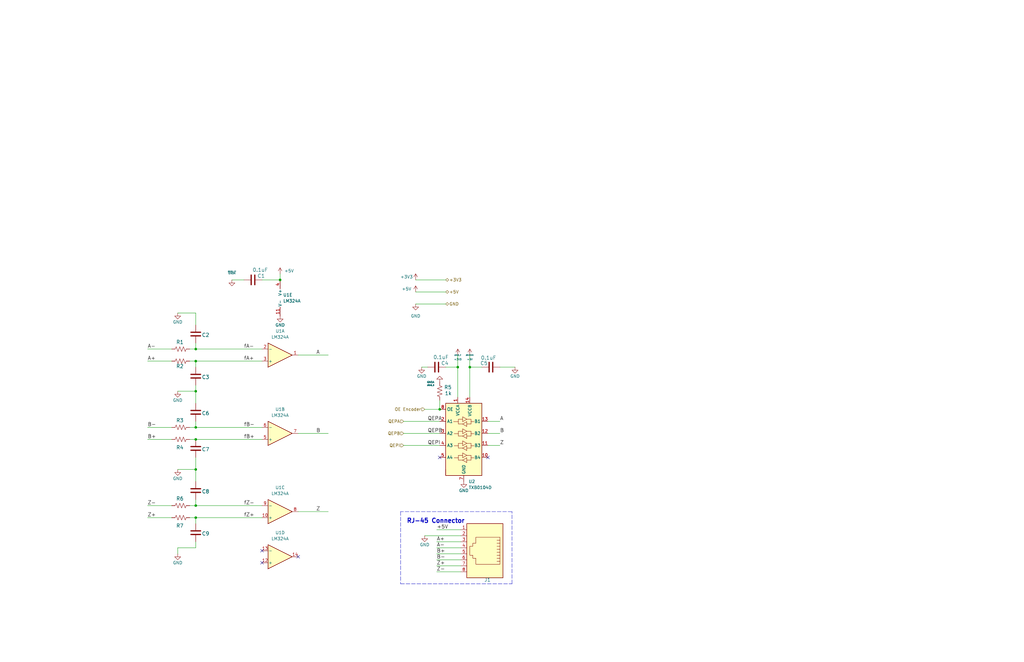
<source format=kicad_sch>
(kicad_sch (version 20211123) (generator eeschema)
  (paper "B")
  (title_block (title "Encoder") (date "07 07 2021"))
  (lib_symbols
    (symbol "Amplifier_Operational:LM324A" (pin_names (offset 0.127))
      (property "Reference" "U" (at 0 5.08 0))
      (property "Value" "LM324A" (at 0 -5.08 0))
      (symbol "LM324A_1_1"
        (polyline (pts (xy -5.08 5.08) (xy 5.08 0) (xy -5.08 -5.08) (xy -5.08 5.08)) (stroke (width 0.254)) (fill (type background)))
        (pin output line (at 7.62 0 180) (length 2.54) (name "~") (number "1"))
        (pin input line (at -7.62 -2.54 0) (length 2.54) (name "-") (number "2"))
        (pin input line (at -7.62 2.54 0) (length 2.54) (name "+") (number "3"))
      )
      (symbol "LM324A_2_1"
        (polyline (pts (xy -5.08 5.08) (xy 5.08 0) (xy -5.08 -5.08) (xy -5.08 5.08)) (stroke (width 0.254)) (fill (type background)))
        (pin input line (at -7.62 2.54 0) (length 2.54) (name "+") (number "5"))
        (pin input line (at -7.62 -2.54 0) (length 2.54) (name "-") (number "6"))
        (pin output line (at 7.62 0 180) (length 2.54) (name "~") (number "7"))
      )
      (symbol "LM324A_3_1"
        (polyline (pts (xy -5.08 5.08) (xy 5.08 0) (xy -5.08 -5.08) (xy -5.08 5.08)) (stroke (width 0.254)) (fill (type background)))
        (pin input line (at -7.62 2.54 0) (length 2.54) (name "+") (number "10"))
        (pin output line (at 7.62 0 180) (length 2.54) (name "~") (number "8"))
        (pin input line (at -7.62 -2.54 0) (length 2.54) (name "-") (number "9"))
      )
      (symbol "LM324A_4_1"
        (polyline (pts (xy -5.08 5.08) (xy 5.08 0) (xy -5.08 -5.08) (xy -5.08 5.08)) (stroke (width 0.254)) (fill (type background)))
        (pin input line (at -7.62 2.54 0) (length 2.54) (name "+") (number "12"))
        (pin input line (at -7.62 -2.54 0) (length 2.54) (name "-") (number "13"))
        (pin output line (at 7.62 0 180) (length 2.54) (name "~") (number "14"))
      )
      (symbol "LM324A_5_1"
        (pin power_in line (at -2.54 -7.62 90) (length 3.81) (name "V-") (number "11"))
        (pin power_in line (at -2.54 7.62 270) (length 3.81) (name "V+") (number "4"))
      )
    )
    (symbol "Connector:RJ45" (pin_names (offset 1.016))
      (property "Reference" "J" (at -5.08 13.97 0))
      (property "Value" "RJ45" (at 2.54 13.97 0))
      (symbol "RJ45_0_1"
        (polyline (pts (xy -5.08 4.445) (xy -6.35 4.445)))
        (polyline (pts (xy -5.08 5.715) (xy -6.35 5.715)))
        (polyline (pts (xy -6.35 -3.175) (xy -5.08 -3.175) (xy -5.08 -3.175)))
        (polyline (pts (xy -6.35 -1.905) (xy -5.08 -1.905) (xy -5.08 -1.905)))
        (polyline (pts (xy -6.35 -0.635) (xy -5.08 -0.635) (xy -5.08 -0.635)))
        (polyline (pts (xy -6.35 0.635) (xy -5.08 0.635) (xy -5.08 0.635)))
        (polyline (pts (xy -6.35 1.905) (xy -5.08 1.905) (xy -5.08 1.905)))
        (polyline (pts (xy -5.08 3.175) (xy -6.35 3.175) (xy -6.35 3.175)))
        (polyline (pts (xy -6.35 -4.445) (xy -6.35 6.985) (xy 3.81 6.985) (xy 3.81 4.445) (xy 5.08 4.445) (xy 5.08 3.175) (xy 6.35 3.175) (xy 6.35 -0.635) (xy 5.08 -0.635) (xy 5.08 -1.905) (xy 3.81 -1.905) (xy 3.81 -4.445) (xy -6.35 -4.445) (xy -6.35 -4.445)))
        (rectangle (start 7.62 12.7) (end -7.62 -10.16) (stroke (width 0.254)) (fill (type background)))
      )
      (symbol "RJ45_1_1"
        (pin passive line (at 10.16 -7.62 180) (length 2.54) (name "~") (number "1"))
        (pin passive line (at 10.16 -5.08 180) (length 2.54) (name "~") (number "2"))
        (pin passive line (at 10.16 -2.54 180) (length 2.54) (name "~") (number "3"))
        (pin passive line (at 10.16 0 180) (length 2.54) (name "~") (number "4"))
        (pin passive line (at 10.16 2.54 180) (length 2.54) (name "~") (number "5"))
        (pin passive line (at 10.16 5.08 180) (length 2.54) (name "~") (number "6"))
        (pin passive line (at 10.16 7.62 180) (length 2.54) (name "~") (number "7"))
        (pin passive line (at 10.16 10.16 180) (length 2.54) (name "~") (number "8"))
      )
    )
    (symbol "Device:C" (pin_numbers hide) (pin_names (offset 0.254))
      (property "Reference" "C" (at 0.635 2.54 0))
      (property "Value" "C" (at 0.635 -2.54 0))
      (symbol "C_0_1"
        (polyline (pts (xy -2.032 -0.762) (xy 2.032 -0.762)) (stroke (width 0.508)))
        (polyline (pts (xy -2.032 0.762) (xy 2.032 0.762)) (stroke (width 0.508)))
      )
      (symbol "C_1_1"
        (pin passive line (at 0 3.81 270) (length 2.794) (name "~") (number "1"))
        (pin passive line (at 0 -3.81 90) (length 2.794) (name "~") (number "2"))
      )
    )
    (symbol "Device:R_US" (pin_numbers hide) (pin_names (offset 0))
      (property "Reference" "R" (at 2.54 0 90))
      (property "Value" "R_US" (at -2.54 0 90))
      (symbol "R_US_0_1"
        (polyline (pts (xy 0 -2.286) (xy 0 -2.54)))
        (polyline (pts (xy 0 2.286) (xy 0 2.54)))
        (polyline (pts (xy 0 -0.762) (xy 1.016 -1.143) (xy 0 -1.524) (xy -1.016 -1.905) (xy 0 -2.286)))
        (polyline (pts (xy 0 0.762) (xy 1.016 0.381) (xy 0 0) (xy -1.016 -0.381) (xy 0 -0.762)))
        (polyline (pts (xy 0 2.286) (xy 1.016 1.905) (xy 0 1.524) (xy -1.016 1.143) (xy 0 0.762)))
      )
      (symbol "R_US_1_1"
        (pin passive line (at 0 3.81 270) (length 1.27) (name "~") (number "1"))
        (pin passive line (at 0 -3.81 90) (length 1.27) (name "~") (number "2"))
      )
    )
    (symbol "Logic_LevelTranslator:TXB0104D"
      (property "Reference" "U" (at -6.35 16.51 0))
      (property "Value" "TXB0104D" (at 3.81 16.51 0))
      (symbol "TXB0104D_0_1"
        (rectangle (start -7.62 -15.24) (end -7.62 -12.7) (stroke (width 0.254)))
        (rectangle (start -7.62 15.24) (end 7.62 -15.24) (stroke (width 0.254)) (fill (type background)))
        (polyline (pts (xy -2.286 -7.747) (xy -2.286 -6.731) (xy -0.508 -6.731)))
        (polyline (pts (xy -2.286 -2.667) (xy -2.286 -1.651) (xy -0.508 -1.651)))
        (polyline (pts (xy -2.286 2.413) (xy -2.286 3.429) (xy -0.508 3.429)))
        (polyline (pts (xy -2.286 7.493) (xy -2.286 8.509) (xy -0.508 8.509)))
        (polyline (pts (xy 3.048 -7.747) (xy 3.048 -8.763) (xy 1.27 -8.763)))
        (polyline (pts (xy 3.048 -2.667) (xy 3.048 -3.683) (xy 1.27 -3.683)))
        (polyline (pts (xy 3.048 2.413) (xy 3.048 1.397) (xy 1.27 1.397)))
        (polyline (pts (xy 3.048 7.493) (xy 3.048 6.477) (xy 1.27 6.477)))
        (polyline (pts (xy -0.508 -8.763) (xy -2.286 -8.763) (xy -2.286 -7.747) (xy -4.064 -7.747)))
        (polyline (pts (xy -0.508 -8.763) (xy 1.27 -7.747) (xy 1.27 -9.779) (xy -0.508 -8.763)))
        (polyline (pts (xy -0.508 -3.683) (xy -2.286 -3.683) (xy -2.286 -2.667) (xy -4.064 -2.667)))
        (polyline (pts (xy -0.508 -3.683) (xy 1.27 -2.667) (xy 1.27 -4.699) (xy -0.508 -3.683)))
        (polyline (pts (xy -0.508 1.397) (xy -2.286 1.397) (xy -2.286 2.413) (xy -4.064 2.413)))
        (polyline (pts (xy -0.508 1.397) (xy 1.27 2.413) (xy 1.27 0.381) (xy -0.508 1.397)))
        (polyline (pts (xy -0.508 6.477) (xy -2.286 6.477) (xy -2.286 7.493) (xy -4.318 7.493)))
        (polyline (pts (xy -0.508 6.477) (xy 1.27 7.493) (xy 1.27 5.461) (xy -0.508 6.477)))
        (polyline (pts (xy 1.27 -6.731) (xy -0.508 -7.747) (xy -0.508 -5.715) (xy 1.27 -6.731)))
        (polyline (pts (xy 1.27 -6.731) (xy 3.048 -6.731) (xy 3.048 -7.747) (xy 4.318 -7.747)))
        (polyline (pts (xy 1.27 -1.651) (xy -0.508 -2.667) (xy -0.508 -0.635) (xy 1.27 -1.651)))
        (polyline (pts (xy 1.27 -1.651) (xy 3.048 -1.651) (xy 3.048 -2.667) (xy 4.318 -2.667)))
        (polyline (pts (xy 1.27 3.429) (xy -0.508 2.413) (xy -0.508 4.445) (xy 1.27 3.429)))
        (polyline (pts (xy 1.27 3.429) (xy 3.048 3.429) (xy 3.048 2.413) (xy 4.318 2.413)))
        (polyline (pts (xy 1.27 8.509) (xy -0.508 7.493) (xy -0.508 9.525) (xy 1.27 8.509)))
        (polyline (pts (xy 1.27 8.509) (xy 3.048 8.509) (xy 3.048 7.493) (xy 4.318 7.493)))
      )
      (symbol "TXB0104D_1_1"
        (pin power_in line (at -2.54 17.78 270) (length 2.54) (name "VCCA") (number "1"))
        (pin bidirectional line (at 10.16 -7.62 180) (length 2.54) (name "B4") (number "10"))
        (pin bidirectional line (at 10.16 -2.54 180) (length 2.54) (name "B3") (number "11"))
        (pin bidirectional line (at 10.16 2.54 180) (length 2.54) (name "B2") (number "12"))
        (pin bidirectional line (at 10.16 7.62 180) (length 2.54) (name "B1") (number "13"))
        (pin power_in line (at 2.54 17.78 270) (length 2.54) (name "VCCB") (number "14"))
        (pin bidirectional line (at -10.16 7.62 0) (length 2.54) (name "A1") (number "2"))
        (pin bidirectional line (at -10.16 2.54 0) (length 2.54) (name "A2") (number "3"))
        (pin bidirectional line (at -10.16 -2.54 0) (length 2.54) (name "A3") (number "4"))
        (pin bidirectional line (at -10.16 -7.62 0) (length 2.54) (name "A4") (number "5"))
        (pin no_connect line (at -10.16 -12.7 0) (length 2.54) hide (name "NC") (number "6"))
        (pin power_in line (at 0 -17.78 90) (length 2.54) (name "GND") (number "7"))
        (pin input line (at -10.16 12.7 0) (length 2.54) (name "OE") (number "8"))
        (pin no_connect line (at 10.16 -12.7 180) (length 2.54) hide (name "NC") (number "9"))
      )
    )
    (symbol "power:+3V3" (power) (pin_names (offset 0))
      (property "Value" "+3V3" (at 0 3.556 0))
      (symbol "+3V3_0_1"
        (polyline (pts (xy -0.762 1.27) (xy 0 2.54)))
        (polyline (pts (xy 0 0) (xy 0 2.54)))
        (polyline (pts (xy 0 2.54) (xy 0.762 1.27)))
      )
      (symbol "+3V3_1_1"
        (pin power_in line (at 0 0 90) (length 0) hide (name "+3V3") (number "1"))
      )
    )
    (symbol "power:+5V" (power) (pin_names (offset 0))
      (property "Value" "+5V" (at 0 3.556 0))
      (symbol "+5V_0_1"
        (polyline (pts (xy -0.762 1.27) (xy 0 2.54)))
        (polyline (pts (xy 0 0) (xy 0 2.54)))
        (polyline (pts (xy 0 2.54) (xy 0.762 1.27)))
      )
      (symbol "+5V_1_1"
        (pin power_in line (at 0 0 90) (length 0) hide (name "+5V") (number "1"))
      )
    )
    (symbol "power:GND" (power) (pin_names (offset 0))
      (property "Value" "GND" (at 0 -3.81 0))
      (symbol "GND_0_1"
        (polyline (pts (xy 0 0) (xy 0 -1.27) (xy 1.27 -1.27) (xy 0 -2.54) (xy -1.27 -1.27) (xy 0 -1.27)))
      )
      (symbol "GND_1_1"
        (pin power_in line (at 0 0 270) (length 0) hide (name "GND") (number "1"))
      )
    )
    (symbol "power:GNDA" (power) (pin_names (offset 0))
      (property "Value" "GNDA" (at 0 -3.81 0))
      (symbol "GNDA_0_1"
        (polyline (pts (xy 0 0) (xy 0 -1.27) (xy 1.27 -1.27) (xy 0 -2.54) (xy -1.27 -1.27) (xy 0 -1.27)))
      )
      (symbol "GNDA_1_1"
        (pin power_in line (at 0 0 270) (length 0) hide (name "GNDA") (number "1"))
      )
    )
  )
  (junction (at 82.55 198.12))
  (junction (at 185.42 172.72))
  (junction (at 82.55 213.36))
  (junction (at 82.55 218.44))
  (junction (at 193.04 154.94))
  (junction (at 82.55 147.32))
  (junction (at 82.55 152.4))
  (junction (at 82.55 165.1))
  (junction (at 118.11 118.11))
  (junction (at 198.12 154.94))
  (junction (at 82.55 185.42))
  (junction (at 82.55 180.34))
  (no_connect (at 110.49 237.49))
  (no_connect (at 125.73 234.95))
  (no_connect (at 110.49 232.41))
  (no_connect (at 185.42 193.04))
  (no_connect (at 205.74 193.04))
  (wire (pts (xy 82.55 165.1) (xy 82.55 170.18)))
  (wire (pts (xy 198.12 167.64) (xy 198.12 154.94)))
  (wire (pts (xy 175.26 118.11) (xy 187.96 118.11)))
  (wire (pts (xy 185.42 172.72) (xy 179.07 172.72)))
  (wire (pts (xy 170.18 187.96) (xy 185.42 187.96)))
  (wire (pts (xy 184.15 236.22) (xy 194.31 236.22)))
  (wire (pts (xy 170.18 177.8) (xy 185.42 177.8)))
  (wire (pts (xy 82.55 203.2) (xy 82.55 198.12)))
  (wire (pts (xy 74.93 231.14) (xy 74.93 233.68)))
  (wire (pts (xy 80.01 185.42) (xy 82.55 185.42)))
  (wire (pts (xy 138.43 182.88) (xy 125.73 182.88)))
  (wire (pts (xy 82.55 185.42) (xy 110.49 185.42)))
  (wire (pts (xy 110.49 118.11) (xy 118.11 118.11)))
  (wire (pts (xy 205.74 187.96) (xy 210.82 187.96)))
  (wire (pts (xy 82.55 198.12) (xy 82.55 193.04)))
  (wire (pts (xy 175.26 123.19) (xy 187.96 123.19)))
  (wire (pts (xy 82.55 177.8) (xy 82.55 180.34)))
  (polyline (pts (xy 215.9 246.38) (xy 215.9 215.9)))
  (wire (pts (xy 82.55 198.12) (xy 74.93 198.12)))
  (wire (pts (xy 210.82 177.8) (xy 205.74 177.8)))
  (wire (pts (xy 118.11 118.11) (xy 118.11 115.57)))
  (wire (pts (xy 198.12 149.86) (xy 198.12 154.94)))
  (wire (pts (xy 62.23 218.44) (xy 72.39 218.44)))
  (wire (pts (xy 198.12 154.94) (xy 203.2 154.94)))
  (wire (pts (xy 82.55 180.34) (xy 110.49 180.34)))
  (wire (pts (xy 80.01 152.4) (xy 82.55 152.4)))
  (wire (pts (xy 185.42 168.91) (xy 185.42 172.72)))
  (wire (pts (xy 80.01 213.36) (xy 82.55 213.36)))
  (wire (pts (xy 82.55 147.32) (xy 110.49 147.32)))
  (wire (pts (xy 62.23 147.32) (xy 72.39 147.32)))
  (wire (pts (xy 82.55 165.1) (xy 74.93 165.1)))
  (wire (pts (xy 82.55 152.4) (xy 82.55 154.94)))
  (wire (pts (xy 175.26 128.27) (xy 187.96 128.27)))
  (wire (pts (xy 180.34 154.94) (xy 177.8 154.94)))
  (wire (pts (xy 187.96 154.94) (xy 193.04 154.94)))
  (wire (pts (xy 184.15 231.14) (xy 194.31 231.14)))
  (wire (pts (xy 210.82 154.94) (xy 217.17 154.94)))
  (wire (pts (xy 97.79 118.11) (xy 102.87 118.11)))
  (wire (pts (xy 179.07 226.06) (xy 194.31 226.06)))
  (wire (pts (xy 82.55 228.6) (xy 82.55 231.14)))
  (wire (pts (xy 62.23 180.34) (xy 72.39 180.34)))
  (polyline (pts (xy 215.9 215.9) (xy 168.91 215.9)))
  (wire (pts (xy 184.15 228.6) (xy 194.31 228.6)))
  (wire (pts (xy 82.55 162.56) (xy 82.55 165.1)))
  (wire (pts (xy 184.15 238.76) (xy 194.31 238.76)))
  (wire (pts (xy 82.55 132.08) (xy 74.93 132.08)))
  (wire (pts (xy 82.55 213.36) (xy 110.49 213.36)))
  (wire (pts (xy 82.55 218.44) (xy 82.55 220.98)))
  (wire (pts (xy 62.23 213.36) (xy 72.39 213.36)))
  (wire (pts (xy 184.15 233.68) (xy 194.31 233.68)))
  (wire (pts (xy 184.15 241.3) (xy 194.31 241.3)))
  (wire (pts (xy 82.55 144.78) (xy 82.55 147.32)))
  (wire (pts (xy 210.82 182.88) (xy 205.74 182.88)))
  (wire (pts (xy 62.23 152.4) (xy 72.39 152.4)))
  (wire (pts (xy 184.15 223.52) (xy 194.31 223.52)))
  (wire (pts (xy 110.49 152.4) (xy 82.55 152.4)))
  (wire (pts (xy 82.55 218.44) (xy 110.49 218.44)))
  (wire (pts (xy 138.43 149.86) (xy 125.73 149.86)))
  (wire (pts (xy 125.73 215.9) (xy 138.43 215.9)))
  (polyline (pts (xy 168.91 246.38) (xy 215.9 246.38)))
  (wire (pts (xy 80.01 147.32) (xy 82.55 147.32)))
  (wire (pts (xy 82.55 137.16) (xy 82.55 132.08)))
  (wire (pts (xy 193.04 154.94) (xy 193.04 167.64)))
  (wire (pts (xy 193.04 154.94) (xy 193.04 149.86)))
  (wire (pts (xy 82.55 218.44) (xy 80.01 218.44)))
  (wire (pts (xy 80.01 180.34) (xy 82.55 180.34)))
  (wire (pts (xy 62.23 185.42) (xy 72.39 185.42)))
  (polyline (pts (xy 168.91 215.9) (xy 168.91 246.38)))
  (wire (pts (xy 82.55 210.82) (xy 82.55 213.36)))
  (wire (pts (xy 170.18 182.88) (xy 185.42 182.88)))
  (wire (pts (xy 82.55 231.14) (xy 74.93 231.14)))
  (text "RJ-45 Connector" (at 171.45 220.98 0) (effects (font (size 1.8288 1.8288) (thickness 0.3658) bold) (justify left bottom)))
  (label "A+" (at 62.23 152.4 0) (effects (font (size 1.524 1.524))))
  (label "B" (at 133.35 182.88 0) (effects (font (size 1.524 1.524))))
  (label "fB-" (at 102.87 180.34 0) (effects (font (size 1.524 1.524))))
  (label "B+" (at 184.15 233.68 0) (effects (font (size 1.524 1.524))))
  (label "Z" (at 133.35 215.9 0) (effects (font (size 1.524 1.524))))
  (label "fB+" (at 102.87 185.42 0) (effects (font (size 1.524 1.524))))
  (label "QEPI" (at 180.34 187.96 0) (effects (font (size 1.524 1.524))))
  (label "fZ-" (at 102.87 213.36 0) (effects (font (size 1.524 1.524))))
  (label "A" (at 210.82 177.8 0) (effects (font (size 1.524 1.524))))
  (label "Z-" (at 62.23 213.36 0) (effects (font (size 1.524 1.524))))
  (label "B+" (at 62.23 185.42 0) (effects (font (size 1.524 1.524))))
  (label "fA-" (at 102.87 147.32 0) (effects (font (size 1.524 1.524))))
  (label "A-" (at 184.15 231.14 0) (effects (font (size 1.524 1.524))))
  (label "Z-" (at 184.15 241.3 0) (effects (font (size 1.524 1.524))))
  (label "QEPB" (at 180.34 182.88 0) (effects (font (size 1.524 1.524))))
  (label "Z+" (at 62.23 218.44 0) (effects (font (size 1.524 1.524))))
  (label "QEPA" (at 180.34 177.8 0) (effects (font (size 1.524 1.524))))
  (label "A" (at 133.35 149.86 0) (effects (font (size 1.524 1.524))))
  (label "Z" (at 210.82 187.96 0) (effects (font (size 1.524 1.524))))
  (label "A+" (at 184.15 228.6 0) (effects (font (size 1.524 1.524))))
  (label "B" (at 210.82 182.88 0) (effects (font (size 1.524 1.524))))
  (label "fZ+" (at 102.87 218.44 0) (effects (font (size 1.524 1.524))))
  (label "B-" (at 184.15 236.22 0) (effects (font (size 1.524 1.524))))
  (label "fA+" (at 102.87 152.4 0) (effects (font (size 1.524 1.524))))
  (label "Z+" (at 184.15 238.76 0) (effects (font (size 1.524 1.524))))
  (label "B-" (at 62.23 180.34 0) (effects (font (size 1.524 1.524))))
  (label "A-" (at 62.23 147.32 0) (effects (font (size 1.524 1.524))))
  (label "+5V" (at 184.15 223.52 0) (effects (font (size 1.524 1.524))))
  (hierarchical_label "+5V" (shape bidirectional) (at 187.96 123.19 0))
  (hierarchical_label "+3V3" (shape bidirectional) (at 187.96 118.11 0))
  (hierarchical_label "QEPI" (shape input) (at 170.18 187.96 180))
  (hierarchical_label "OE Encoder" (shape input) (at 179.07 172.72 180))
  (hierarchical_label "QEPA" (shape input) (at 170.18 177.8 180))
  (hierarchical_label "GND" (shape bidirectional) (at 187.96 128.27 0))
  (hierarchical_label "QEPB" (shape input) (at 170.18 182.88 180))
  (symbol (lib_id "Device:C") (at 82.55 140.97 180) (unit 1)
    (property "Reference" "C2" (at 85.09 142.24 0) (effects (font (size 1.524 1.524)) (justify right top)))
  )
  (symbol (lib_id "Device:C") (at 106.68 118.11 90) (unit 1)
    (property "Reference" "C1" (at 111.76 115.57 90) (effects (font (size 1.524 1.524)) (justify left bottom)))
    (property "Value" "0.1uF" (at 113.03 113.03 90) (effects (font (size 1.524 1.524)) (justify left bottom)))
  )
  (symbol (lib_id "Device:C") (at 184.15 154.94 90) (unit 1)
    (property "Reference" "C4" (at 189.23 152.4 90) (effects (font (size 1.524 1.524)) (justify left bottom)))
    (property "Value" "0.1uF" (at 189.23 149.86 90) (effects (font (size 1.524 1.524)) (justify left bottom)))
  )
  (symbol (lib_id "Device:C") (at 207.01 154.94 90) (unit 1)
    (property "Reference" "C5" (at 205.74 152.4 90) (effects (font (size 1.524 1.524)) (justify left bottom)))
    (property "Value" "0.1uF" (at 209.296 150.114 90) (effects (font (size 1.524 1.524)) (justify left bottom)))
  )
  (symbol (lib_id "Device:R_US") (at 185.42 165.1 0) (unit 1)
    (property "Reference" "R5" (at 190.5 162.56 0) (effects (font (size 1.524 1.524)) (justify right top)))
    (property "Value" "1k" (at 190.5 165.1 0) (effects (font (size 1.524 1.524)) (justify right top)))
  )
  (symbol (lib_id "Device:C") (at 82.55 158.75 180) (unit 1)
    (property "Reference" "C3" (at 85.09 160.02 0) (effects (font (size 1.524 1.524)) (justify right top)))
  )
  (symbol (lib_id "Connector:RJ45") (at 204.47 231.14 180) (unit 1)
    (property "Reference" "J1" (at 207.01 243.84 0) (effects (font (size 1.524 1.524)) (justify left bottom)))
  )
  (symbol (lib_id "Device:R_US") (at 76.2 218.44 270) (unit 1)
    (property "Reference" "R7" (at 77.47 220.98 90) (effects (font (size 1.524 1.524)) (justify right top)))
  )
  (symbol (lib_id "Device:R_US") (at 76.2 213.36 270) (unit 1)
    (property "Reference" "R6" (at 77.47 209.55 90) (effects (font (size 1.524 1.524)) (justify right top)))
  )
  (symbol (lib_id "Device:R_US") (at 76.2 185.42 270) (unit 1)
    (property "Reference" "R4" (at 77.47 187.96 90) (effects (font (size 1.524 1.524)) (justify right top)))
  )
  (symbol (lib_id "Device:R_US") (at 76.2 180.34 270) (unit 1)
    (property "Reference" "R3" (at 77.47 176.53 90) (effects (font (size 1.524 1.524)) (justify right top)))
  )
  (symbol (lib_id "Device:R_US") (at 76.2 152.4 270) (unit 1)
    (property "Reference" "R2" (at 77.47 153.67 90) (effects (font (size 1.524 1.524)) (justify right top)))
  )
  (symbol (lib_id "Device:R_US") (at 76.2 147.32 270) (unit 1)
    (property "Reference" "R1" (at 77.47 143.51 90) (effects (font (size 1.524 1.524)) (justify right top)))
  )
  (symbol (lib_id "Device:C") (at 82.55 224.79 180) (unit 1)
    (property "Reference" "C9" (at 85.09 226.06 0) (effects (font (size 1.524 1.524)) (justify right top)))
  )
  (symbol (lib_id "Device:C") (at 82.55 207.01 180) (unit 1)
    (property "Reference" "C8" (at 85.09 208.28 0) (effects (font (size 1.524 1.524)) (justify right top)))
  )
  (symbol (lib_id "Device:C") (at 82.55 189.23 180) (unit 1)
    (property "Reference" "C7" (at 85.09 190.5 0) (effects (font (size 1.524 1.524)) (justify right top)))
  )
  (symbol (lib_id "Device:C") (at 82.55 173.99 180) (unit 1)
    (property "Reference" "C6" (at 85.09 175.26 0) (effects (font (size 1.524 1.524)) (justify right top)))
  )
  (symbol (lib_id "power:GNDA") (at 97.79 118.11 0) (unit 1)
    (property "Reference" "GND_12" (at 97.79 114.554 0) (effects (font (size 0.508 0.508))))
    (property "Value" "GND" (at 97.79 115.316 0) (effects (font (size 0.762 0.762))))
  )
  (symbol (lib_id "power:GNDA") (at 185.42 161.29 180) (unit 1)
    (property "Reference" "GND_9" (at 181.61 162.56 0) (effects (font (size 0.508 0.508))))
    (property "Value" "GND" (at 181.61 161.29 0) (effects (font (size 0.762 0.762))))
  )
  (symbol (lib_id "power:+5V") (at 198.12 149.86 0) (unit 1)
    (property "Reference" "5V" (at 198.12 149.86 0) (effects (font (size 0.508 0.508))))
    (property "Value" "5V" (at 198.12 151.638 0) (effects (font (size 0.762 0.762))))
  )
  (symbol (lib_id "power:+3V3") (at 193.04 149.86 0) (unit 1)
    (property "Reference" "3V3_2" (at 193.04 149.86 0) (effects (font (size 0.508 0.508))))
    (property "Value" "3V3" (at 193.04 151.638 0) (effects (font (size 0.762 0.762))))
  )
  (symbol (lib_id "power:GND") (at 118.11 133.35 0) (unit 1)
    (property "Reference" "#PWR0160" (effects hide))
    (property "Value" "GND" (at 118.11 137.16 0))
  )
  (symbol (lib_id "power:+5V") (at 175.26 123.19 0) (unit 1)
    (property "Reference" "#PWR0164" (effects hide))
    (property "Value" "+5V" (at 171.45 121.92 0))
  )
  (symbol (lib_id "Logic_LevelTranslator:TXB0104D") (at 195.58 185.42 0) (unit 1)
    (property "Reference" "U2" (at 197.5994 203.2 0) (effects (justify left)))
    (property "Value" "TXB0104D" (at 197.5994 205.74 0) (effects (justify left)))
    (property "Footprint" "Package_SO:SOIC-14_3.9x8.7mm_P1.27mm" (effects hide))
    (property "Datasheet" "http://www.ti.com/lit/ds/symlink/txb0104.pdf" (effects hide))
  )
  (symbol (lib_id "Amplifier_Operational:LM324A") (at 120.65 125.73 0) (unit 5)
    (property "Reference" "U1" (at 119.38 124.4599 0) (effects (justify left)))
    (property "Value" "LM324A" (at 119.38 126.9999 0) (effects (justify left)))
    (property "Footprint" "Package_SO:SOIC-14_3.9x8.7mm_P1.27mm" (effects hide))
    (property "Datasheet" "http://www.ti.com/lit/ds/symlink/lm2902-n.pdf" (effects hide))
  )
  (symbol (lib_id "power:GND") (at 74.93 198.12 0) (unit 1)
    (property "Reference" "#PWR0157" (effects hide))
    (property "Value" "GND" (at 74.93 201.93 0))
  )
  (symbol (lib_id "power:+3V3") (at 175.26 118.11 0) (unit 1)
    (property "Reference" "#PWR0166" (effects hide))
    (property "Value" "+3V3" (at 171.45 116.84 0))
  )
  (symbol (lib_id "power:GND") (at 195.58 203.2 0) (unit 1)
    (property "Reference" "#PWR0155" (effects hide))
    (property "Value" "GND" (at 195.58 207.01 0))
  )
  (symbol (lib_id "Amplifier_Operational:LM324A") (at 118.11 182.88 0) (mirror x) (unit 2)
    (property "Reference" "U1" (at 118.11 172.72 0))
    (property "Value" "LM324A" (at 118.11 175.26 0))
    (property "Footprint" "Package_SO:SOIC-14_3.9x8.7mm_P1.27mm" (effects hide))
    (property "Datasheet" "http://www.ti.com/lit/ds/symlink/lm2902-n.pdf" (effects hide))
  )
  (symbol (lib_id "Amplifier_Operational:LM324A") (at 118.11 149.86 0) (mirror x) (unit 1)
    (property "Reference" "U1" (at 118.11 139.7 0))
    (property "Value" "LM324A" (at 118.11 142.24 0))
    (property "Footprint" "Package_SO:SOIC-14_3.9x8.7mm_P1.27mm" (effects hide))
    (property "Datasheet" "http://www.ti.com/lit/ds/symlink/lm2902-n.pdf" (effects hide))
  )
  (symbol (lib_id "power:GND") (at 177.8 154.94 0) (unit 1)
    (property "Reference" "#PWR0163" (effects hide))
    (property "Value" "GND" (at 177.8 158.75 0))
  )
  (symbol (lib_id "power:+5V") (at 118.11 115.57 0) (unit 1)
    (property "Reference" "#PWR0159" (effects hide))
    (property "Value" "+5V" (at 121.92 114.3 0))
  )
  (symbol (lib_id "power:GND") (at 179.07 226.06 0) (unit 1)
    (property "Reference" "#PWR0154" (effects hide))
    (property "Value" "GND" (at 179.07 229.87 0))
  )
  (symbol (lib_id "power:GND") (at 74.93 233.68 0) (unit 1)
    (property "Reference" "#PWR0158" (effects hide))
    (property "Value" "GND" (at 74.93 237.49 0))
  )
  (symbol (lib_id "power:GND") (at 74.93 165.1 0) (unit 1)
    (property "Reference" "#PWR0156" (effects hide))
    (property "Value" "GND" (at 74.93 168.91 0))
  )
  (symbol (lib_id "Amplifier_Operational:LM324A") (at 118.11 234.95 0) (mirror x) (unit 4)
    (property "Reference" "U1" (at 118.11 224.79 0))
    (property "Value" "LM324A" (at 118.11 227.33 0))
    (property "Footprint" "Package_SO:SOIC-14_3.9x8.7mm_P1.27mm" (effects hide))
    (property "Datasheet" "http://www.ti.com/lit/ds/symlink/lm2902-n.pdf" (effects hide))
  )
  (symbol (lib_id "power:GND") (at 74.93 132.08 0) (unit 1)
    (property "Reference" "#PWR0161" (effects hide))
    (property "Value" "GND" (at 74.93 135.89 0))
  )
  (symbol (lib_id "power:GND") (at 217.17 154.94 0) (unit 1)
    (property "Reference" "#PWR0162" (effects hide))
    (property "Value" "GND" (at 217.17 158.75 0))
  )
  (symbol (lib_id "power:GND") (at 175.26 128.27 0) (unit 1)
    (property "Reference" "#PWR0165" (effects hide))
    (property "Value" "GND" (at 175.26 133.35 0))
  )
  (symbol (lib_id "Amplifier_Operational:LM324A") (at 118.11 215.9 0) (mirror x) (unit 3)
    (property "Reference" "U1" (at 118.11 205.74 0))
    (property "Value" "LM324A" (at 118.11 208.28 0))
    (property "Footprint" "Package_SO:SOIC-14_3.9x8.7mm_P1.27mm" (effects hide))
    (property "Datasheet" "http://www.ti.com/lit/ds/symlink/lm2902-n.pdf" (effects hide))
  )
)
</source>
